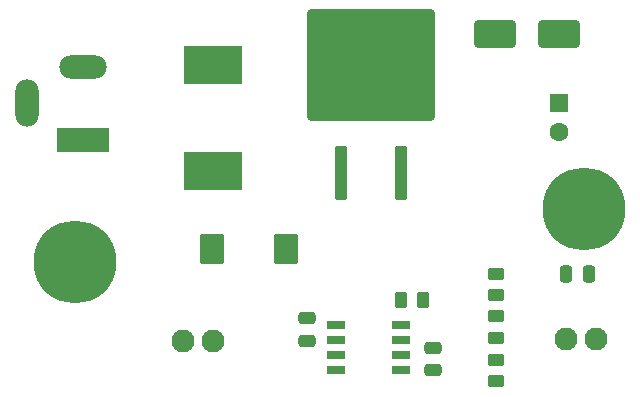
<source format=gts>
G04 #@! TF.GenerationSoftware,KiCad,Pcbnew,7.0.5-0*
G04 #@! TF.CreationDate,2023-12-22T09:44:44-05:00*
G04 #@! TF.ProjectId,PierogiNixiePSU,50696572-6f67-4694-9e69-786965505355,rev?*
G04 #@! TF.SameCoordinates,Original*
G04 #@! TF.FileFunction,Soldermask,Top*
G04 #@! TF.FilePolarity,Negative*
%FSLAX46Y46*%
G04 Gerber Fmt 4.6, Leading zero omitted, Abs format (unit mm)*
G04 Created by KiCad (PCBNEW 7.0.5-0) date 2023-12-22 09:44:44*
%MOMM*%
%LPD*%
G01*
G04 APERTURE LIST*
G04 Aperture macros list*
%AMRoundRect*
0 Rectangle with rounded corners*
0 $1 Rounding radius*
0 $2 $3 $4 $5 $6 $7 $8 $9 X,Y pos of 4 corners*
0 Add a 4 corners polygon primitive as box body*
4,1,4,$2,$3,$4,$5,$6,$7,$8,$9,$2,$3,0*
0 Add four circle primitives for the rounded corners*
1,1,$1+$1,$2,$3*
1,1,$1+$1,$4,$5*
1,1,$1+$1,$6,$7*
1,1,$1+$1,$8,$9*
0 Add four rect primitives between the rounded corners*
20,1,$1+$1,$2,$3,$4,$5,0*
20,1,$1+$1,$4,$5,$6,$7,0*
20,1,$1+$1,$6,$7,$8,$9,0*
20,1,$1+$1,$8,$9,$2,$3,0*%
G04 Aperture macros list end*
%ADD10RoundRect,0.250000X0.262500X0.450000X-0.262500X0.450000X-0.262500X-0.450000X0.262500X-0.450000X0*%
%ADD11RoundRect,0.250000X-0.250000X-0.475000X0.250000X-0.475000X0.250000X0.475000X-0.250000X0.475000X0*%
%ADD12C,1.950000*%
%ADD13RoundRect,0.250000X0.300000X-2.050000X0.300000X2.050000X-0.300000X2.050000X-0.300000X-2.050000X0*%
%ADD14RoundRect,0.250002X5.149998X-4.449998X5.149998X4.449998X-5.149998X4.449998X-5.149998X-4.449998X0*%
%ADD15C,0.800000*%
%ADD16C,7.000000*%
%ADD17RoundRect,0.250000X0.475000X-0.250000X0.475000X0.250000X-0.475000X0.250000X-0.475000X-0.250000X0*%
%ADD18R,4.950000X3.175000*%
%ADD19R,1.550000X0.700000*%
%ADD20RoundRect,0.250000X-0.787500X-1.025000X0.787500X-1.025000X0.787500X1.025000X-0.787500X1.025000X0*%
%ADD21R,1.600000X1.600000*%
%ADD22C,1.600000*%
%ADD23RoundRect,0.250000X0.450000X-0.262500X0.450000X0.262500X-0.450000X0.262500X-0.450000X-0.262500X0*%
%ADD24RoundRect,0.250000X1.500000X0.900000X-1.500000X0.900000X-1.500000X-0.900000X1.500000X-0.900000X0*%
%ADD25R,4.500000X2.000000*%
%ADD26O,4.000000X2.000000*%
%ADD27O,2.000000X4.000000*%
%ADD28RoundRect,0.250000X-0.450000X0.262500X-0.450000X-0.262500X0.450000X-0.262500X0.450000X0.262500X0*%
G04 APERTURE END LIST*
D10*
X151612500Y-113600000D03*
X149787500Y-113600000D03*
D11*
X163750000Y-111400000D03*
X165650000Y-111400000D03*
D12*
X131260000Y-117100000D03*
X133800000Y-117100000D03*
D13*
X144720000Y-102875000D03*
D14*
X147260000Y-93725000D03*
D13*
X149800000Y-102875000D03*
D15*
X162631155Y-105943845D03*
X163400000Y-104087690D03*
X163400000Y-107800000D03*
X165256155Y-103318845D03*
D16*
X165256155Y-105943845D03*
D15*
X165256155Y-108568845D03*
X167112310Y-104087690D03*
X167112310Y-107800000D03*
X167881155Y-105943845D03*
D17*
X152500000Y-119550000D03*
X152500000Y-117650000D03*
D18*
X133800000Y-102707500D03*
X133800000Y-93692500D03*
D17*
X141800000Y-117050000D03*
X141800000Y-115150000D03*
D19*
X144275000Y-115695000D03*
X144275000Y-116965000D03*
X144275000Y-118235000D03*
X144275000Y-119505000D03*
X149725000Y-119505000D03*
X149725000Y-118235000D03*
X149725000Y-116965000D03*
X149725000Y-115695000D03*
D20*
X133787500Y-109300000D03*
X140012500Y-109300000D03*
D21*
X163100000Y-96900000D03*
D22*
X163100000Y-99400000D03*
D12*
X163730000Y-116900000D03*
X166270000Y-116900000D03*
D23*
X157800000Y-113212500D03*
X157800000Y-111387500D03*
D24*
X163100000Y-91100000D03*
X157700000Y-91100000D03*
D25*
X122800000Y-100100000D03*
D26*
X122800000Y-93900000D03*
D27*
X118100000Y-96900000D03*
D23*
X157800000Y-116812500D03*
X157800000Y-114987500D03*
D28*
X157800000Y-118687500D03*
X157800000Y-120512500D03*
D15*
X119575000Y-110400000D03*
X120343845Y-108543845D03*
X120343845Y-112256155D03*
X122200000Y-107775000D03*
D16*
X122200000Y-110400000D03*
D15*
X122200000Y-113025000D03*
X124056155Y-108543845D03*
X124056155Y-112256155D03*
X124825000Y-110400000D03*
M02*

</source>
